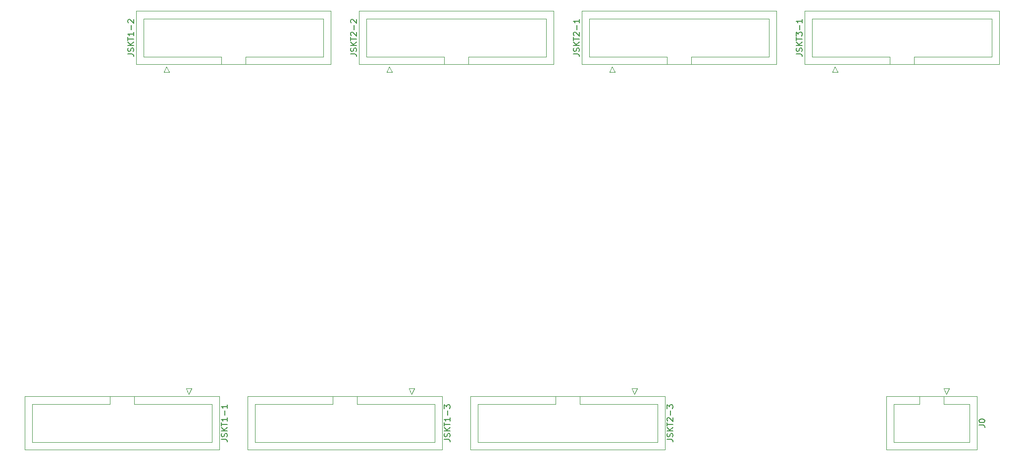
<source format=gbr>
G04 #@! TF.GenerationSoftware,KiCad,Pcbnew,(5.1.6)-1*
G04 #@! TF.CreationDate,2020-08-15T15:38:21+01:00*
G04 #@! TF.ProjectId,Sockets,536f636b-6574-4732-9e6b-696361645f70,rev?*
G04 #@! TF.SameCoordinates,Original*
G04 #@! TF.FileFunction,Legend,Top*
G04 #@! TF.FilePolarity,Positive*
%FSLAX46Y46*%
G04 Gerber Fmt 4.6, Leading zero omitted, Abs format (unit mm)*
G04 Created by KiCad (PCBNEW (5.1.6)-1) date 2020-08-15 15:38:21*
%MOMM*%
%LPD*%
G01*
G04 APERTURE LIST*
%ADD10C,0.120000*%
%ADD11C,0.150000*%
G04 APERTURE END LIST*
D10*
X92210000Y-126130000D02*
X92710000Y-127130000D01*
X93210000Y-126130000D02*
X92210000Y-126130000D01*
X92710000Y-127130000D02*
X93210000Y-126130000D01*
X79230000Y-128830000D02*
X79230000Y-127520000D01*
X79230000Y-128830000D02*
X79230000Y-128830000D01*
X65940000Y-128830000D02*
X79230000Y-128830000D01*
X65940000Y-135330000D02*
X65940000Y-128830000D01*
X96620000Y-135330000D02*
X65940000Y-135330000D01*
X96620000Y-128830000D02*
X96620000Y-135330000D01*
X83330000Y-128830000D02*
X96620000Y-128830000D01*
X83330000Y-127520000D02*
X83330000Y-128830000D01*
X64640000Y-127520000D02*
X97920000Y-127520000D01*
X64640000Y-136640000D02*
X64640000Y-127520000D01*
X97920000Y-136640000D02*
X64640000Y-136640000D01*
X97920000Y-127520000D02*
X97920000Y-136640000D01*
X89400000Y-71990000D02*
X88900000Y-70990000D01*
X88400000Y-71990000D02*
X89400000Y-71990000D01*
X88900000Y-70990000D02*
X88400000Y-71990000D01*
X102380000Y-69290000D02*
X102380000Y-70600000D01*
X102380000Y-69290000D02*
X102380000Y-69290000D01*
X115670000Y-69290000D02*
X102380000Y-69290000D01*
X115670000Y-62790000D02*
X115670000Y-69290000D01*
X84990000Y-62790000D02*
X115670000Y-62790000D01*
X84990000Y-69290000D02*
X84990000Y-62790000D01*
X98280000Y-69290000D02*
X84990000Y-69290000D01*
X98280000Y-70600000D02*
X98280000Y-69290000D01*
X116970000Y-70600000D02*
X83690000Y-70600000D01*
X116970000Y-61480000D02*
X116970000Y-70600000D01*
X83690000Y-61480000D02*
X116970000Y-61480000D01*
X83690000Y-70600000D02*
X83690000Y-61480000D01*
X136020000Y-127520000D02*
X136020000Y-136640000D01*
X136020000Y-136640000D02*
X102740000Y-136640000D01*
X102740000Y-136640000D02*
X102740000Y-127520000D01*
X102740000Y-127520000D02*
X136020000Y-127520000D01*
X121430000Y-127520000D02*
X121430000Y-128830000D01*
X121430000Y-128830000D02*
X134720000Y-128830000D01*
X134720000Y-128830000D02*
X134720000Y-135330000D01*
X134720000Y-135330000D02*
X104040000Y-135330000D01*
X104040000Y-135330000D02*
X104040000Y-128830000D01*
X104040000Y-128830000D02*
X117330000Y-128830000D01*
X117330000Y-128830000D02*
X117330000Y-128830000D01*
X117330000Y-128830000D02*
X117330000Y-127520000D01*
X130810000Y-127130000D02*
X131310000Y-126130000D01*
X131310000Y-126130000D02*
X130310000Y-126130000D01*
X130310000Y-126130000D02*
X130810000Y-127130000D01*
X165600000Y-71990000D02*
X165100000Y-70990000D01*
X164600000Y-71990000D02*
X165600000Y-71990000D01*
X165100000Y-70990000D02*
X164600000Y-71990000D01*
X178580000Y-69290000D02*
X178580000Y-70600000D01*
X178580000Y-69290000D02*
X178580000Y-69290000D01*
X191870000Y-69290000D02*
X178580000Y-69290000D01*
X191870000Y-62790000D02*
X191870000Y-69290000D01*
X161190000Y-62790000D02*
X191870000Y-62790000D01*
X161190000Y-69290000D02*
X161190000Y-62790000D01*
X174480000Y-69290000D02*
X161190000Y-69290000D01*
X174480000Y-70600000D02*
X174480000Y-69290000D01*
X193170000Y-70600000D02*
X159890000Y-70600000D01*
X193170000Y-61480000D02*
X193170000Y-70600000D01*
X159890000Y-61480000D02*
X193170000Y-61480000D01*
X159890000Y-70600000D02*
X159890000Y-61480000D01*
X121790000Y-70600000D02*
X121790000Y-61480000D01*
X121790000Y-61480000D02*
X155070000Y-61480000D01*
X155070000Y-61480000D02*
X155070000Y-70600000D01*
X155070000Y-70600000D02*
X121790000Y-70600000D01*
X136380000Y-70600000D02*
X136380000Y-69290000D01*
X136380000Y-69290000D02*
X123090000Y-69290000D01*
X123090000Y-69290000D02*
X123090000Y-62790000D01*
X123090000Y-62790000D02*
X153770000Y-62790000D01*
X153770000Y-62790000D02*
X153770000Y-69290000D01*
X153770000Y-69290000D02*
X140480000Y-69290000D01*
X140480000Y-69290000D02*
X140480000Y-69290000D01*
X140480000Y-69290000D02*
X140480000Y-70600000D01*
X127000000Y-70990000D02*
X126500000Y-71990000D01*
X126500000Y-71990000D02*
X127500000Y-71990000D01*
X127500000Y-71990000D02*
X127000000Y-70990000D01*
X168410000Y-126130000D02*
X168910000Y-127130000D01*
X169410000Y-126130000D02*
X168410000Y-126130000D01*
X168910000Y-127130000D02*
X169410000Y-126130000D01*
X155430000Y-128830000D02*
X155430000Y-127520000D01*
X155430000Y-128830000D02*
X155430000Y-128830000D01*
X142140000Y-128830000D02*
X155430000Y-128830000D01*
X142140000Y-135330000D02*
X142140000Y-128830000D01*
X172820000Y-135330000D02*
X142140000Y-135330000D01*
X172820000Y-128830000D02*
X172820000Y-135330000D01*
X159530000Y-128830000D02*
X172820000Y-128830000D01*
X159530000Y-127520000D02*
X159530000Y-128830000D01*
X140840000Y-127520000D02*
X174120000Y-127520000D01*
X140840000Y-136640000D02*
X140840000Y-127520000D01*
X174120000Y-136640000D02*
X140840000Y-136640000D01*
X174120000Y-127520000D02*
X174120000Y-136640000D01*
X197990000Y-70600000D02*
X197990000Y-61480000D01*
X197990000Y-61480000D02*
X231270000Y-61480000D01*
X231270000Y-61480000D02*
X231270000Y-70600000D01*
X231270000Y-70600000D02*
X197990000Y-70600000D01*
X212580000Y-70600000D02*
X212580000Y-69290000D01*
X212580000Y-69290000D02*
X199290000Y-69290000D01*
X199290000Y-69290000D02*
X199290000Y-62790000D01*
X199290000Y-62790000D02*
X229970000Y-62790000D01*
X229970000Y-62790000D02*
X229970000Y-69290000D01*
X229970000Y-69290000D02*
X216680000Y-69290000D01*
X216680000Y-69290000D02*
X216680000Y-69290000D01*
X216680000Y-69290000D02*
X216680000Y-70600000D01*
X203200000Y-70990000D02*
X202700000Y-71990000D01*
X202700000Y-71990000D02*
X203700000Y-71990000D01*
X203700000Y-71990000D02*
X203200000Y-70990000D01*
X221750000Y-126130000D02*
X222250000Y-127130000D01*
X222750000Y-126130000D02*
X221750000Y-126130000D01*
X222250000Y-127130000D02*
X222750000Y-126130000D01*
X217660000Y-128830000D02*
X217660000Y-127520000D01*
X217660000Y-128830000D02*
X217660000Y-128830000D01*
X213260000Y-128830000D02*
X217660000Y-128830000D01*
X213260000Y-135330000D02*
X213260000Y-128830000D01*
X226160000Y-135330000D02*
X213260000Y-135330000D01*
X226160000Y-128830000D02*
X226160000Y-135330000D01*
X221760000Y-128830000D02*
X226160000Y-128830000D01*
X221760000Y-127520000D02*
X221760000Y-128830000D01*
X211960000Y-127520000D02*
X227460000Y-127520000D01*
X211960000Y-136640000D02*
X211960000Y-127520000D01*
X227460000Y-136640000D02*
X211960000Y-136640000D01*
X227460000Y-127520000D02*
X227460000Y-136640000D01*
D11*
X98262380Y-134865714D02*
X98976666Y-134865714D01*
X99119523Y-134913333D01*
X99214761Y-135008571D01*
X99262380Y-135151428D01*
X99262380Y-135246666D01*
X99214761Y-134437142D02*
X99262380Y-134294285D01*
X99262380Y-134056190D01*
X99214761Y-133960952D01*
X99167142Y-133913333D01*
X99071904Y-133865714D01*
X98976666Y-133865714D01*
X98881428Y-133913333D01*
X98833809Y-133960952D01*
X98786190Y-134056190D01*
X98738571Y-134246666D01*
X98690952Y-134341904D01*
X98643333Y-134389523D01*
X98548095Y-134437142D01*
X98452857Y-134437142D01*
X98357619Y-134389523D01*
X98310000Y-134341904D01*
X98262380Y-134246666D01*
X98262380Y-134008571D01*
X98310000Y-133865714D01*
X99262380Y-133437142D02*
X98262380Y-133437142D01*
X99262380Y-132865714D02*
X98690952Y-133294285D01*
X98262380Y-132865714D02*
X98833809Y-133437142D01*
X98262380Y-132580000D02*
X98262380Y-132008571D01*
X99262380Y-132294285D02*
X98262380Y-132294285D01*
X99262380Y-131151428D02*
X99262380Y-131722857D01*
X99262380Y-131437142D02*
X98262380Y-131437142D01*
X98405238Y-131532380D01*
X98500476Y-131627619D01*
X98548095Y-131722857D01*
X98881428Y-130722857D02*
X98881428Y-129960952D01*
X99262380Y-128960952D02*
X99262380Y-129532380D01*
X99262380Y-129246666D02*
X98262380Y-129246666D01*
X98405238Y-129341904D01*
X98500476Y-129437142D01*
X98548095Y-129532380D01*
X82252380Y-68825714D02*
X82966666Y-68825714D01*
X83109523Y-68873333D01*
X83204761Y-68968571D01*
X83252380Y-69111428D01*
X83252380Y-69206666D01*
X83204761Y-68397142D02*
X83252380Y-68254285D01*
X83252380Y-68016190D01*
X83204761Y-67920952D01*
X83157142Y-67873333D01*
X83061904Y-67825714D01*
X82966666Y-67825714D01*
X82871428Y-67873333D01*
X82823809Y-67920952D01*
X82776190Y-68016190D01*
X82728571Y-68206666D01*
X82680952Y-68301904D01*
X82633333Y-68349523D01*
X82538095Y-68397142D01*
X82442857Y-68397142D01*
X82347619Y-68349523D01*
X82300000Y-68301904D01*
X82252380Y-68206666D01*
X82252380Y-67968571D01*
X82300000Y-67825714D01*
X83252380Y-67397142D02*
X82252380Y-67397142D01*
X83252380Y-66825714D02*
X82680952Y-67254285D01*
X82252380Y-66825714D02*
X82823809Y-67397142D01*
X82252380Y-66540000D02*
X82252380Y-65968571D01*
X83252380Y-66254285D02*
X82252380Y-66254285D01*
X83252380Y-65111428D02*
X83252380Y-65682857D01*
X83252380Y-65397142D02*
X82252380Y-65397142D01*
X82395238Y-65492380D01*
X82490476Y-65587619D01*
X82538095Y-65682857D01*
X82871428Y-64682857D02*
X82871428Y-63920952D01*
X82347619Y-63492380D02*
X82300000Y-63444761D01*
X82252380Y-63349523D01*
X82252380Y-63111428D01*
X82300000Y-63016190D01*
X82347619Y-62968571D01*
X82442857Y-62920952D01*
X82538095Y-62920952D01*
X82680952Y-62968571D01*
X83252380Y-63540000D01*
X83252380Y-62920952D01*
X136362380Y-134865714D02*
X137076666Y-134865714D01*
X137219523Y-134913333D01*
X137314761Y-135008571D01*
X137362380Y-135151428D01*
X137362380Y-135246666D01*
X137314761Y-134437142D02*
X137362380Y-134294285D01*
X137362380Y-134056190D01*
X137314761Y-133960952D01*
X137267142Y-133913333D01*
X137171904Y-133865714D01*
X137076666Y-133865714D01*
X136981428Y-133913333D01*
X136933809Y-133960952D01*
X136886190Y-134056190D01*
X136838571Y-134246666D01*
X136790952Y-134341904D01*
X136743333Y-134389523D01*
X136648095Y-134437142D01*
X136552857Y-134437142D01*
X136457619Y-134389523D01*
X136410000Y-134341904D01*
X136362380Y-134246666D01*
X136362380Y-134008571D01*
X136410000Y-133865714D01*
X137362380Y-133437142D02*
X136362380Y-133437142D01*
X137362380Y-132865714D02*
X136790952Y-133294285D01*
X136362380Y-132865714D02*
X136933809Y-133437142D01*
X136362380Y-132580000D02*
X136362380Y-132008571D01*
X137362380Y-132294285D02*
X136362380Y-132294285D01*
X137362380Y-131151428D02*
X137362380Y-131722857D01*
X137362380Y-131437142D02*
X136362380Y-131437142D01*
X136505238Y-131532380D01*
X136600476Y-131627619D01*
X136648095Y-131722857D01*
X136981428Y-130722857D02*
X136981428Y-129960952D01*
X136362380Y-129580000D02*
X136362380Y-128960952D01*
X136743333Y-129294285D01*
X136743333Y-129151428D01*
X136790952Y-129056190D01*
X136838571Y-129008571D01*
X136933809Y-128960952D01*
X137171904Y-128960952D01*
X137267142Y-129008571D01*
X137314761Y-129056190D01*
X137362380Y-129151428D01*
X137362380Y-129437142D01*
X137314761Y-129532380D01*
X137267142Y-129580000D01*
X158452380Y-68825714D02*
X159166666Y-68825714D01*
X159309523Y-68873333D01*
X159404761Y-68968571D01*
X159452380Y-69111428D01*
X159452380Y-69206666D01*
X159404761Y-68397142D02*
X159452380Y-68254285D01*
X159452380Y-68016190D01*
X159404761Y-67920952D01*
X159357142Y-67873333D01*
X159261904Y-67825714D01*
X159166666Y-67825714D01*
X159071428Y-67873333D01*
X159023809Y-67920952D01*
X158976190Y-68016190D01*
X158928571Y-68206666D01*
X158880952Y-68301904D01*
X158833333Y-68349523D01*
X158738095Y-68397142D01*
X158642857Y-68397142D01*
X158547619Y-68349523D01*
X158500000Y-68301904D01*
X158452380Y-68206666D01*
X158452380Y-67968571D01*
X158500000Y-67825714D01*
X159452380Y-67397142D02*
X158452380Y-67397142D01*
X159452380Y-66825714D02*
X158880952Y-67254285D01*
X158452380Y-66825714D02*
X159023809Y-67397142D01*
X158452380Y-66540000D02*
X158452380Y-65968571D01*
X159452380Y-66254285D02*
X158452380Y-66254285D01*
X158547619Y-65682857D02*
X158500000Y-65635238D01*
X158452380Y-65540000D01*
X158452380Y-65301904D01*
X158500000Y-65206666D01*
X158547619Y-65159047D01*
X158642857Y-65111428D01*
X158738095Y-65111428D01*
X158880952Y-65159047D01*
X159452380Y-65730476D01*
X159452380Y-65111428D01*
X159071428Y-64682857D02*
X159071428Y-63920952D01*
X159452380Y-62920952D02*
X159452380Y-63492380D01*
X159452380Y-63206666D02*
X158452380Y-63206666D01*
X158595238Y-63301904D01*
X158690476Y-63397142D01*
X158738095Y-63492380D01*
X120352380Y-68825714D02*
X121066666Y-68825714D01*
X121209523Y-68873333D01*
X121304761Y-68968571D01*
X121352380Y-69111428D01*
X121352380Y-69206666D01*
X121304761Y-68397142D02*
X121352380Y-68254285D01*
X121352380Y-68016190D01*
X121304761Y-67920952D01*
X121257142Y-67873333D01*
X121161904Y-67825714D01*
X121066666Y-67825714D01*
X120971428Y-67873333D01*
X120923809Y-67920952D01*
X120876190Y-68016190D01*
X120828571Y-68206666D01*
X120780952Y-68301904D01*
X120733333Y-68349523D01*
X120638095Y-68397142D01*
X120542857Y-68397142D01*
X120447619Y-68349523D01*
X120400000Y-68301904D01*
X120352380Y-68206666D01*
X120352380Y-67968571D01*
X120400000Y-67825714D01*
X121352380Y-67397142D02*
X120352380Y-67397142D01*
X121352380Y-66825714D02*
X120780952Y-67254285D01*
X120352380Y-66825714D02*
X120923809Y-67397142D01*
X120352380Y-66540000D02*
X120352380Y-65968571D01*
X121352380Y-66254285D02*
X120352380Y-66254285D01*
X120447619Y-65682857D02*
X120400000Y-65635238D01*
X120352380Y-65540000D01*
X120352380Y-65301904D01*
X120400000Y-65206666D01*
X120447619Y-65159047D01*
X120542857Y-65111428D01*
X120638095Y-65111428D01*
X120780952Y-65159047D01*
X121352380Y-65730476D01*
X121352380Y-65111428D01*
X120971428Y-64682857D02*
X120971428Y-63920952D01*
X120447619Y-63492380D02*
X120400000Y-63444761D01*
X120352380Y-63349523D01*
X120352380Y-63111428D01*
X120400000Y-63016190D01*
X120447619Y-62968571D01*
X120542857Y-62920952D01*
X120638095Y-62920952D01*
X120780952Y-62968571D01*
X121352380Y-63540000D01*
X121352380Y-62920952D01*
X174462380Y-134865714D02*
X175176666Y-134865714D01*
X175319523Y-134913333D01*
X175414761Y-135008571D01*
X175462380Y-135151428D01*
X175462380Y-135246666D01*
X175414761Y-134437142D02*
X175462380Y-134294285D01*
X175462380Y-134056190D01*
X175414761Y-133960952D01*
X175367142Y-133913333D01*
X175271904Y-133865714D01*
X175176666Y-133865714D01*
X175081428Y-133913333D01*
X175033809Y-133960952D01*
X174986190Y-134056190D01*
X174938571Y-134246666D01*
X174890952Y-134341904D01*
X174843333Y-134389523D01*
X174748095Y-134437142D01*
X174652857Y-134437142D01*
X174557619Y-134389523D01*
X174510000Y-134341904D01*
X174462380Y-134246666D01*
X174462380Y-134008571D01*
X174510000Y-133865714D01*
X175462380Y-133437142D02*
X174462380Y-133437142D01*
X175462380Y-132865714D02*
X174890952Y-133294285D01*
X174462380Y-132865714D02*
X175033809Y-133437142D01*
X174462380Y-132580000D02*
X174462380Y-132008571D01*
X175462380Y-132294285D02*
X174462380Y-132294285D01*
X174557619Y-131722857D02*
X174510000Y-131675238D01*
X174462380Y-131580000D01*
X174462380Y-131341904D01*
X174510000Y-131246666D01*
X174557619Y-131199047D01*
X174652857Y-131151428D01*
X174748095Y-131151428D01*
X174890952Y-131199047D01*
X175462380Y-131770476D01*
X175462380Y-131151428D01*
X175081428Y-130722857D02*
X175081428Y-129960952D01*
X174462380Y-129580000D02*
X174462380Y-128960952D01*
X174843333Y-129294285D01*
X174843333Y-129151428D01*
X174890952Y-129056190D01*
X174938571Y-129008571D01*
X175033809Y-128960952D01*
X175271904Y-128960952D01*
X175367142Y-129008571D01*
X175414761Y-129056190D01*
X175462380Y-129151428D01*
X175462380Y-129437142D01*
X175414761Y-129532380D01*
X175367142Y-129580000D01*
X196552380Y-68825714D02*
X197266666Y-68825714D01*
X197409523Y-68873333D01*
X197504761Y-68968571D01*
X197552380Y-69111428D01*
X197552380Y-69206666D01*
X197504761Y-68397142D02*
X197552380Y-68254285D01*
X197552380Y-68016190D01*
X197504761Y-67920952D01*
X197457142Y-67873333D01*
X197361904Y-67825714D01*
X197266666Y-67825714D01*
X197171428Y-67873333D01*
X197123809Y-67920952D01*
X197076190Y-68016190D01*
X197028571Y-68206666D01*
X196980952Y-68301904D01*
X196933333Y-68349523D01*
X196838095Y-68397142D01*
X196742857Y-68397142D01*
X196647619Y-68349523D01*
X196600000Y-68301904D01*
X196552380Y-68206666D01*
X196552380Y-67968571D01*
X196600000Y-67825714D01*
X197552380Y-67397142D02*
X196552380Y-67397142D01*
X197552380Y-66825714D02*
X196980952Y-67254285D01*
X196552380Y-66825714D02*
X197123809Y-67397142D01*
X196552380Y-66540000D02*
X196552380Y-65968571D01*
X197552380Y-66254285D02*
X196552380Y-66254285D01*
X196552380Y-65730476D02*
X196552380Y-65111428D01*
X196933333Y-65444761D01*
X196933333Y-65301904D01*
X196980952Y-65206666D01*
X197028571Y-65159047D01*
X197123809Y-65111428D01*
X197361904Y-65111428D01*
X197457142Y-65159047D01*
X197504761Y-65206666D01*
X197552380Y-65301904D01*
X197552380Y-65587619D01*
X197504761Y-65682857D01*
X197457142Y-65730476D01*
X197171428Y-64682857D02*
X197171428Y-63920952D01*
X197552380Y-62920952D02*
X197552380Y-63492380D01*
X197552380Y-63206666D02*
X196552380Y-63206666D01*
X196695238Y-63301904D01*
X196790476Y-63397142D01*
X196838095Y-63492380D01*
X227802380Y-132413333D02*
X228516666Y-132413333D01*
X228659523Y-132460952D01*
X228754761Y-132556190D01*
X228802380Y-132699047D01*
X228802380Y-132794285D01*
X227802380Y-131746666D02*
X227802380Y-131651428D01*
X227850000Y-131556190D01*
X227897619Y-131508571D01*
X227992857Y-131460952D01*
X228183333Y-131413333D01*
X228421428Y-131413333D01*
X228611904Y-131460952D01*
X228707142Y-131508571D01*
X228754761Y-131556190D01*
X228802380Y-131651428D01*
X228802380Y-131746666D01*
X228754761Y-131841904D01*
X228707142Y-131889523D01*
X228611904Y-131937142D01*
X228421428Y-131984761D01*
X228183333Y-131984761D01*
X227992857Y-131937142D01*
X227897619Y-131889523D01*
X227850000Y-131841904D01*
X227802380Y-131746666D01*
M02*

</source>
